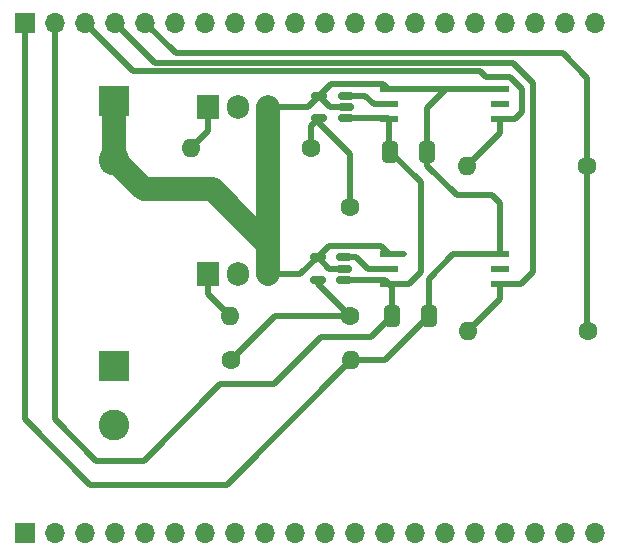
<source format=gbr>
%TF.GenerationSoftware,KiCad,Pcbnew,8.0.8*%
%TF.CreationDate,2025-04-18T11:11:16-04:00*%
%TF.ProjectId,PWM Module 3.0B,50574d20-4d6f-4647-956c-6520332e3042,rev?*%
%TF.SameCoordinates,Original*%
%TF.FileFunction,Copper,L1,Top*%
%TF.FilePolarity,Positive*%
%FSLAX46Y46*%
G04 Gerber Fmt 4.6, Leading zero omitted, Abs format (unit mm)*
G04 Created by KiCad (PCBNEW 8.0.8) date 2025-04-18 11:11:16*
%MOMM*%
%LPD*%
G01*
G04 APERTURE LIST*
G04 Aperture macros list*
%AMRoundRect*
0 Rectangle with rounded corners*
0 $1 Rounding radius*
0 $2 $3 $4 $5 $6 $7 $8 $9 X,Y pos of 4 corners*
0 Add a 4 corners polygon primitive as box body*
4,1,4,$2,$3,$4,$5,$6,$7,$8,$9,$2,$3,0*
0 Add four circle primitives for the rounded corners*
1,1,$1+$1,$2,$3*
1,1,$1+$1,$4,$5*
1,1,$1+$1,$6,$7*
1,1,$1+$1,$8,$9*
0 Add four rect primitives between the rounded corners*
20,1,$1+$1,$2,$3,$4,$5,0*
20,1,$1+$1,$4,$5,$6,$7,0*
20,1,$1+$1,$6,$7,$8,$9,0*
20,1,$1+$1,$8,$9,$2,$3,0*%
G04 Aperture macros list end*
%TA.AperFunction,SMDPad,CuDef*%
%ADD10R,1.524000X0.533400*%
%TD*%
%TA.AperFunction,SMDPad,CuDef*%
%ADD11RoundRect,0.150000X0.512500X0.150000X-0.512500X0.150000X-0.512500X-0.150000X0.512500X-0.150000X0*%
%TD*%
%TA.AperFunction,ComponentPad*%
%ADD12R,1.700000X1.700000*%
%TD*%
%TA.AperFunction,ComponentPad*%
%ADD13O,1.700000X1.700000*%
%TD*%
%TA.AperFunction,ComponentPad*%
%ADD14R,1.905000X2.000000*%
%TD*%
%TA.AperFunction,ComponentPad*%
%ADD15O,1.905000X2.000000*%
%TD*%
%TA.AperFunction,ComponentPad*%
%ADD16C,1.600000*%
%TD*%
%TA.AperFunction,ComponentPad*%
%ADD17O,1.600000X1.600000*%
%TD*%
%TA.AperFunction,ComponentPad*%
%ADD18R,2.600000X2.600000*%
%TD*%
%TA.AperFunction,ComponentPad*%
%ADD19C,2.600000*%
%TD*%
%TA.AperFunction,SMDPad,CuDef*%
%ADD20RoundRect,0.250000X0.412500X0.650000X-0.412500X0.650000X-0.412500X-0.650000X0.412500X-0.650000X0*%
%TD*%
%TA.AperFunction,Conductor*%
%ADD21C,0.500000*%
%TD*%
%TA.AperFunction,Conductor*%
%ADD22C,2.000000*%
%TD*%
G04 APERTURE END LIST*
D10*
%TO.P,U1,1,1*%
%TO.N,Net-(J1-Pad3)*%
X192659000Y-33595000D03*
%TO.P,U1,2,2*%
%TO.N,unconnected-(U1-Pad2)*%
X192659000Y-32325000D03*
%TO.P,U1,3,3*%
%TO.N,Net-(U3-GND)*%
X192659000Y-31055000D03*
%TO.P,U1,4,4*%
X183261000Y-31055000D03*
%TO.P,U1,5,5*%
%TO.N,Net-(U3-IN+)*%
X183261000Y-32325000D03*
%TO.P,U1,6,6*%
%TO.N,Net-(U3-VDD)*%
X183261000Y-33595000D03*
%TD*%
D11*
%TO.P,U4,1,VDD*%
%TO.N,Net-(U3-VDD)*%
X179500000Y-47170000D03*
%TO.P,U4,2,GND*%
%TO.N,Net-(U3-GND)*%
X179500000Y-46220000D03*
%TO.P,U4,3,IN+*%
%TO.N,Net-(U4-IN+)*%
X179500000Y-45270000D03*
%TO.P,U4,4,IN-*%
%TO.N,Net-(U3-GND)*%
X177225000Y-45270000D03*
%TO.P,U4,5,OUT*%
%TO.N,Net-(U4-OUT)*%
X177225000Y-47170000D03*
%TD*%
D12*
%TO.P,J1,1,1*%
%TO.N,Net-(U3-GND)*%
X152440000Y-25400000D03*
D13*
%TO.P,J1,2,2*%
%TO.N,Net-(U3-VDD)*%
X154980000Y-25400000D03*
%TO.P,J1,3,3*%
%TO.N,Net-(J1-Pad3)*%
X157520000Y-25400000D03*
%TO.P,J1,4,4*%
%TO.N,Net-(J1-Pad4)*%
X160060000Y-25400000D03*
%TO.P,J1,5,5*%
%TO.N,Net-(J1-Pad5)*%
X162600000Y-25400000D03*
%TO.P,J1,6,6*%
%TO.N,unconnected-(J1-Pad6)*%
X165140000Y-25400000D03*
%TO.P,J1,7,7*%
%TO.N,unconnected-(J1-Pad7)*%
X167680000Y-25400000D03*
%TO.P,J1,8,8*%
%TO.N,unconnected-(J1-Pad8)*%
X170220000Y-25400000D03*
%TO.P,J1,9,9*%
%TO.N,unconnected-(J1-Pad9)*%
X172760000Y-25400000D03*
%TO.P,J1,10,10*%
%TO.N,unconnected-(J1-Pad10)*%
X175300000Y-25400000D03*
%TO.P,J1,11,11*%
%TO.N,unconnected-(J1-Pad11)*%
X177840000Y-25400000D03*
%TO.P,J1,12,12*%
%TO.N,unconnected-(J1-Pad12)*%
X180380000Y-25400000D03*
%TO.P,J1,13,13*%
%TO.N,unconnected-(J1-Pad13)*%
X182920000Y-25400000D03*
%TO.P,J1,14,14*%
%TO.N,unconnected-(J1-Pad14)*%
X185460000Y-25400000D03*
%TO.P,J1,15,15*%
%TO.N,unconnected-(J1-Pad15)*%
X188000000Y-25400000D03*
%TO.P,J1,16,16*%
%TO.N,unconnected-(J1-Pad16)*%
X190540000Y-25400000D03*
%TO.P,J1,17,17*%
%TO.N,unconnected-(J1-Pad17)*%
X193080000Y-25400000D03*
%TO.P,J1,18,18*%
%TO.N,unconnected-(J1-Pad18)*%
X195620000Y-25400000D03*
%TO.P,J1,19,19*%
%TO.N,unconnected-(J1-Pad19)*%
X198160000Y-25400000D03*
%TO.P,J1,20,20*%
%TO.N,unconnected-(J1-Pad20)*%
X200700000Y-25400000D03*
%TD*%
D14*
%TO.P,U5,1,G*%
%TO.N,Net-(U5-G)*%
X167920000Y-32500000D03*
D15*
%TO.P,U5,2,D*%
%TO.N,Net-(J2-Pin_1)*%
X170460000Y-32500000D03*
%TO.P,U5,3,S*%
%TO.N,Net-(U3-GND)*%
X173000000Y-32500000D03*
%TD*%
D16*
%TO.P,R2,1*%
%TO.N,Net-(J1-Pad5)*%
X200160000Y-51500000D03*
D17*
%TO.P,R2,2*%
%TO.N,Net-(J1-Pad4)*%
X190000000Y-51500000D03*
%TD*%
D16*
%TO.P,R3,1*%
%TO.N,Net-(U3-OUT)*%
X180000000Y-41000000D03*
D17*
%TO.P,R3,2*%
%TO.N,Net-(U3-GND)*%
X169840000Y-41000000D03*
%TD*%
D18*
%TO.P,J4,1,Pin_1*%
%TO.N,Net-(U3-GND)*%
X160000000Y-32000000D03*
D19*
%TO.P,J4,2,Pin_2*%
X160000000Y-37000000D03*
%TD*%
D12*
%TO.P,J3,1,1*%
%TO.N,unconnected-(J3-Pad1)*%
X152440000Y-68580000D03*
D13*
%TO.P,J3,2,2*%
%TO.N,unconnected-(J3-Pad2)*%
X154980000Y-68580000D03*
%TO.P,J3,3,3*%
%TO.N,unconnected-(J3-Pad3)*%
X157520000Y-68580000D03*
%TO.P,J3,4,4*%
%TO.N,unconnected-(J3-Pad4)*%
X160060000Y-68580000D03*
%TO.P,J3,5,5*%
%TO.N,unconnected-(J3-Pad5)*%
X162600000Y-68580000D03*
%TO.P,J3,6,6*%
%TO.N,unconnected-(J3-Pad6)*%
X165140000Y-68580000D03*
%TO.P,J3,7,7*%
%TO.N,unconnected-(J3-Pad7)*%
X167680000Y-68580000D03*
%TO.P,J3,8,8*%
%TO.N,unconnected-(J3-Pad8)*%
X170220000Y-68580000D03*
%TO.P,J3,9,9*%
%TO.N,unconnected-(J3-Pad9)*%
X172760000Y-68580000D03*
%TO.P,J3,10,10*%
%TO.N,unconnected-(J3-Pad10)*%
X175300000Y-68580000D03*
%TO.P,J3,11,11*%
%TO.N,unconnected-(J3-Pad11)*%
X177840000Y-68580000D03*
%TO.P,J3,12,12*%
%TO.N,unconnected-(J3-Pad12)*%
X180380000Y-68580000D03*
%TO.P,J3,13,13*%
%TO.N,unconnected-(J3-Pad13)*%
X182920000Y-68580000D03*
%TO.P,J3,14,14*%
%TO.N,unconnected-(J3-Pad14)*%
X185460000Y-68580000D03*
%TO.P,J3,15,15*%
%TO.N,unconnected-(J3-Pad15)*%
X188000000Y-68580000D03*
%TO.P,J3,16,16*%
%TO.N,unconnected-(J3-Pad16)*%
X190540000Y-68580000D03*
%TO.P,J3,17,17*%
%TO.N,unconnected-(J3-Pad17)*%
X193080000Y-68580000D03*
%TO.P,J3,18,18*%
%TO.N,unconnected-(J3-Pad18)*%
X195620000Y-68580000D03*
%TO.P,J3,19,19*%
%TO.N,unconnected-(J3-Pad19)*%
X198160000Y-68580000D03*
%TO.P,J3,20,20*%
%TO.N,unconnected-(J3-Pad20)*%
X200700000Y-68580000D03*
%TD*%
D11*
%TO.P,U3,1,VDD*%
%TO.N,Net-(U3-VDD)*%
X179597500Y-33505000D03*
%TO.P,U3,2,GND*%
%TO.N,Net-(U3-GND)*%
X179597500Y-32555000D03*
%TO.P,U3,3,IN+*%
%TO.N,Net-(U3-IN+)*%
X179597500Y-31605000D03*
%TO.P,U3,4,IN-*%
%TO.N,Net-(U3-GND)*%
X177322500Y-31605000D03*
%TO.P,U3,5,OUT*%
%TO.N,Net-(U3-OUT)*%
X177322500Y-33505000D03*
%TD*%
D16*
%TO.P,R4,1*%
%TO.N,Net-(U4-OUT)*%
X169920000Y-54000000D03*
D17*
%TO.P,R4,2*%
%TO.N,Net-(U3-GND)*%
X180080000Y-54000000D03*
%TD*%
D14*
%TO.P,U6,1,G*%
%TO.N,Net-(U6-G)*%
X167960000Y-46715000D03*
D15*
%TO.P,U6,2,D*%
%TO.N,Net-(J2-Pin_2)*%
X170500000Y-46715000D03*
%TO.P,U6,3,S*%
%TO.N,Net-(U3-GND)*%
X173040000Y-46715000D03*
%TD*%
D20*
%TO.P,C2,1*%
%TO.N,Net-(U3-GND)*%
X186625000Y-50270000D03*
%TO.P,C2,2*%
%TO.N,Net-(U3-VDD)*%
X183500000Y-50270000D03*
%TD*%
%TO.P,C1,1*%
%TO.N,Net-(U3-GND)*%
X186522500Y-36325000D03*
%TO.P,C1,2*%
%TO.N,Net-(U3-VDD)*%
X183397500Y-36325000D03*
%TD*%
D18*
%TO.P,J2,1,Pin_1*%
%TO.N,Net-(J2-Pin_1)*%
X160000000Y-54500000D03*
D19*
%TO.P,J2,2,Pin_2*%
%TO.N,Net-(J2-Pin_2)*%
X160000000Y-59500000D03*
%TD*%
D10*
%TO.P,U2,1,1*%
%TO.N,Net-(J1-Pad4)*%
X192699000Y-47540000D03*
%TO.P,U2,2,2*%
%TO.N,unconnected-(U2-Pad2)*%
X192699000Y-46270000D03*
%TO.P,U2,3,3*%
%TO.N,Net-(U3-GND)*%
X192699000Y-45000000D03*
%TO.P,U2,4,4*%
X183301000Y-45000000D03*
%TO.P,U2,5,5*%
%TO.N,Net-(U4-IN+)*%
X183301000Y-46270000D03*
%TO.P,U2,6,6*%
%TO.N,Net-(U3-VDD)*%
X183301000Y-47540000D03*
%TD*%
D16*
%TO.P,R6,1*%
%TO.N,Net-(U4-OUT)*%
X180000000Y-50270000D03*
D17*
%TO.P,R6,2*%
%TO.N,Net-(U6-G)*%
X169840000Y-50270000D03*
%TD*%
D16*
%TO.P,R1,1*%
%TO.N,Net-(J1-Pad5)*%
X200080000Y-37500000D03*
D17*
%TO.P,R1,2*%
%TO.N,Net-(J1-Pad3)*%
X189920000Y-37500000D03*
%TD*%
D16*
%TO.P,R5,1*%
%TO.N,Net-(U3-OUT)*%
X176660000Y-36000000D03*
D17*
%TO.P,R5,2*%
%TO.N,Net-(U5-G)*%
X166500000Y-36000000D03*
%TD*%
D21*
%TO.N,Net-(U3-GND)*%
X152440000Y-58940000D02*
X158000000Y-64500000D01*
X188085000Y-31055000D02*
X186522500Y-32617500D01*
D22*
X162500000Y-39500000D02*
X160000000Y-37000000D01*
D21*
X179597500Y-32555000D02*
X178272500Y-32555000D01*
X186522500Y-36325000D02*
X186522500Y-32617500D01*
X192000000Y-40000000D02*
X192699000Y-40699000D01*
X178272500Y-32555000D02*
X177322500Y-31605000D01*
X177997500Y-44497500D02*
X177225000Y-45270000D01*
X176427500Y-32500000D02*
X177322500Y-31605000D01*
X169580000Y-64500000D02*
X180080000Y-54000000D01*
D22*
X173000000Y-32500000D02*
X173000000Y-46675000D01*
X173040000Y-44200000D02*
X173040000Y-46715000D01*
D21*
X178225000Y-44270000D02*
X177997500Y-44497500D01*
X183261000Y-31055000D02*
X188085000Y-31055000D01*
X192699000Y-45000000D02*
X188687000Y-45000000D01*
X175780000Y-46715000D02*
X177225000Y-45270000D01*
X182571000Y-44270000D02*
X178225000Y-44270000D01*
X178372500Y-30555000D02*
X177322500Y-31605000D01*
X182571000Y-44270000D02*
X183301000Y-45000000D01*
D22*
X173000000Y-46675000D02*
X173040000Y-46715000D01*
X169840000Y-41000000D02*
X168340000Y-39500000D01*
D21*
X186522500Y-37522500D02*
X189000000Y-40000000D01*
D22*
X168340000Y-39500000D02*
X162500000Y-39500000D01*
D21*
X183261000Y-31055000D02*
X182761000Y-30555000D01*
X178175000Y-46220000D02*
X177225000Y-45270000D01*
X173000000Y-32500000D02*
X176427500Y-32500000D01*
X182761000Y-30555000D02*
X178372500Y-30555000D01*
X186522500Y-36325000D02*
X186522500Y-37522500D01*
X182895000Y-54000000D02*
X186625000Y-50270000D01*
X158000000Y-64500000D02*
X169580000Y-64500000D01*
X184563000Y-45000000D02*
X183301000Y-45000000D01*
X189000000Y-40000000D02*
X192000000Y-40000000D01*
X192699000Y-40699000D02*
X192699000Y-45000000D01*
X186625000Y-50270000D02*
X186625000Y-47062000D01*
X152440000Y-25400000D02*
X152440000Y-58940000D01*
X192659000Y-31055000D02*
X188085000Y-31055000D01*
D22*
X169840000Y-41000000D02*
X173040000Y-44200000D01*
D21*
X179500000Y-46220000D02*
X178175000Y-46220000D01*
X188687000Y-45000000D02*
X186625000Y-47062000D01*
X180080000Y-54000000D02*
X182895000Y-54000000D01*
X173040000Y-46715000D02*
X175780000Y-46715000D01*
D22*
X160000000Y-32000000D02*
X160000000Y-37000000D01*
D21*
%TO.N,Net-(U3-VDD)*%
X179500000Y-47170000D02*
X182931000Y-47170000D01*
X162500000Y-62500000D02*
X169000000Y-56000000D01*
X183261000Y-33595000D02*
X183261000Y-36188500D01*
X183261000Y-36188500D02*
X183397500Y-36325000D01*
X182931000Y-47170000D02*
X183301000Y-47540000D01*
X186000000Y-46500000D02*
X186000000Y-38927500D01*
X184960000Y-47540000D02*
X186000000Y-46500000D01*
X181770000Y-52000000D02*
X183500000Y-50270000D01*
X173500000Y-56000000D02*
X177500000Y-52000000D01*
X179597500Y-33505000D02*
X183171000Y-33505000D01*
X183301000Y-47540000D02*
X184960000Y-47540000D01*
X158500000Y-62500000D02*
X162500000Y-62500000D01*
X186000000Y-38927500D02*
X183397500Y-36325000D01*
X183171000Y-33505000D02*
X183261000Y-33595000D01*
X154980000Y-25400000D02*
X154980000Y-58980000D01*
X154980000Y-58980000D02*
X158500000Y-62500000D01*
X183500000Y-50270000D02*
X183500000Y-47739000D01*
X169000000Y-56000000D02*
X173500000Y-56000000D01*
X183500000Y-47739000D02*
X183301000Y-47540000D01*
X177500000Y-52000000D02*
X181770000Y-52000000D01*
%TO.N,Net-(J1-Pad4)*%
X160060000Y-25400000D02*
X163460000Y-28800000D01*
X163460000Y-28800000D02*
X193800000Y-28800000D01*
X194460000Y-47540000D02*
X192699000Y-47540000D01*
X193800000Y-28800000D02*
X195500000Y-30500000D01*
X192699000Y-48801000D02*
X190000000Y-51500000D01*
X195500000Y-46500000D02*
X194460000Y-47540000D01*
X192699000Y-47540000D02*
X192699000Y-48801000D01*
X195500000Y-30500000D02*
X195500000Y-46500000D01*
%TO.N,Net-(J1-Pad5)*%
X198000000Y-28000000D02*
X200080000Y-30080000D01*
X162600000Y-25400000D02*
X165200000Y-28000000D01*
X200160000Y-37580000D02*
X200080000Y-37500000D01*
X200080000Y-37500000D02*
X200080000Y-51420000D01*
X200080000Y-30080000D02*
X200080000Y-37500000D01*
X200080000Y-51420000D02*
X200160000Y-51500000D01*
X165200000Y-28000000D02*
X198000000Y-28000000D01*
%TO.N,Net-(J1-Pad3)*%
X194500000Y-31000000D02*
X193500000Y-30000000D01*
X193500000Y-30000000D02*
X191500000Y-30000000D01*
X194500000Y-33000000D02*
X194500000Y-31000000D01*
X192659000Y-33595000D02*
X192659000Y-34761000D01*
X192659000Y-33595000D02*
X193905000Y-33595000D01*
X161620000Y-29500000D02*
X157520000Y-25400000D01*
X192659000Y-34761000D02*
X189920000Y-37500000D01*
X193905000Y-33595000D02*
X194500000Y-33000000D01*
X191500000Y-30000000D02*
X191000000Y-29500000D01*
X191000000Y-29500000D02*
X161620000Y-29500000D01*
%TO.N,Net-(U3-OUT)*%
X176660000Y-34167500D02*
X177322500Y-33505000D01*
X176660000Y-36000000D02*
X176660000Y-34167500D01*
X177322500Y-33917500D02*
X179960000Y-36555000D01*
X180000000Y-41000000D02*
X180000000Y-36595000D01*
X177322500Y-33505000D02*
X177322500Y-33917500D01*
X180000000Y-36595000D02*
X179960000Y-36555000D01*
%TO.N,Net-(U4-OUT)*%
X177225000Y-47170000D02*
X177225000Y-47495000D01*
X173650000Y-50270000D02*
X169920000Y-54000000D01*
X177225000Y-47495000D02*
X180000000Y-50270000D01*
X180000000Y-50270000D02*
X173650000Y-50270000D01*
%TO.N,Net-(U5-G)*%
X167920000Y-34580000D02*
X166500000Y-36000000D01*
X167920000Y-32500000D02*
X167920000Y-34580000D01*
%TO.N,Net-(U6-G)*%
X167960000Y-48390000D02*
X169840000Y-50270000D01*
X167960000Y-46715000D02*
X167960000Y-48390000D01*
%TO.N,Net-(U3-IN+)*%
X183261000Y-32325000D02*
X181999000Y-32325000D01*
X181279000Y-31605000D02*
X179597500Y-31605000D01*
X181999000Y-32325000D02*
X181279000Y-31605000D01*
%TO.N,Net-(U4-IN+)*%
X180500000Y-45270000D02*
X179500000Y-45270000D01*
X181500000Y-46270000D02*
X180500000Y-45270000D01*
X183301000Y-46270000D02*
X181500000Y-46270000D01*
%TD*%
M02*

</source>
